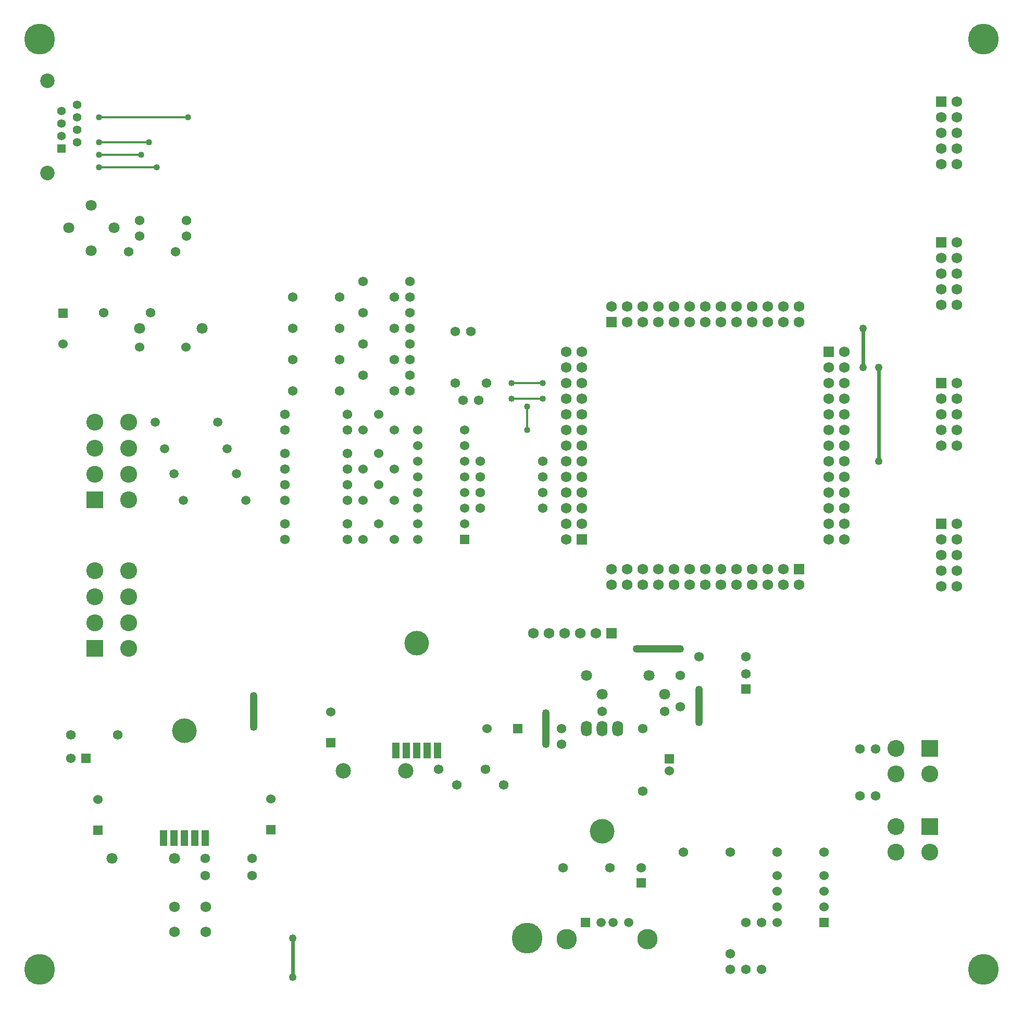
<source format=gtl>
G04*
G04 #@! TF.GenerationSoftware,Altium Limited,Altium Designer,21.5.1 (32)*
G04*
G04 Layer_Physical_Order=1*
G04 Layer_Color=255*
%FSLAX25Y25*%
%MOIN*%
G70*
G04*
G04 #@! TF.SameCoordinates,DC1D8B1E-EA3E-4B6B-A205-361A43EFEAAA*
G04*
G04*
G04 #@! TF.FilePolarity,Positive*
G04*
G01*
G75*
%ADD43C,0.01378*%
%ADD44C,0.04724*%
%ADD45C,0.02362*%
%ADD46C,0.06000*%
%ADD47R,0.05543X0.05543*%
%ADD48C,0.05543*%
%ADD49C,0.09291*%
%ADD50C,0.06200*%
%ADD51R,0.06200X0.06200*%
%ADD52R,0.06200X0.06200*%
%ADD53C,0.05906*%
%ADD54C,0.06890*%
%ADD55R,0.06890X0.06890*%
%ADD56R,0.10827X0.10827*%
%ADD57C,0.10827*%
%ADD58C,0.07087*%
%ADD59R,0.06000X0.06000*%
%ADD60R,0.06890X0.06890*%
%ADD61R,0.05906X0.05906*%
%ADD62C,0.13055*%
%ADD63C,0.19685*%
%ADD64R,0.06000X0.06000*%
%ADD65O,0.07000X0.10000*%
%ADD66C,0.15748*%
%ADD67R,0.05118X0.09843*%
%ADD68C,0.09843*%
%ADD69C,0.04000*%
%ADD70C,0.04921*%
D43*
X58000Y565000D02*
X115000D01*
X58000Y549000D02*
X90000D01*
X58000Y533000D02*
X95000D01*
X58000Y541000D02*
X85000D01*
X332000Y365000D02*
Y380000D01*
X322000Y385000D02*
X342000D01*
X322000Y395000D02*
X342000D01*
D44*
X402000Y225000D02*
X430000D01*
X344000Y164000D02*
Y184000D01*
X442000Y178000D02*
Y199000D01*
X157000Y175000D02*
Y195000D01*
D45*
X547000Y405000D02*
Y430000D01*
X557000Y345000D02*
Y405000D01*
X182000Y15000D02*
Y40000D01*
D46*
X113528Y418000D02*
D03*
X84000D02*
D03*
X35000Y420076D02*
D03*
X522000Y60000D02*
D03*
Y70000D02*
D03*
X492000D02*
D03*
Y60000D02*
D03*
Y50000D02*
D03*
Y80000D02*
D03*
X522000D02*
D03*
X306315Y174000D02*
D03*
X423000Y147063D02*
D03*
X57234Y128919D02*
D03*
X167998Y128998D02*
D03*
X206157Y184685D02*
D03*
X247000Y295000D02*
D03*
X227000D02*
D03*
X237000Y305000D02*
D03*
X247000Y320000D02*
D03*
X227000D02*
D03*
X237000Y330000D02*
D03*
X262000Y295000D02*
D03*
Y305000D02*
D03*
Y315000D02*
D03*
X292000D02*
D03*
Y305000D02*
D03*
Y325000D02*
D03*
Y335000D02*
D03*
X262000D02*
D03*
Y325000D02*
D03*
X292000Y345000D02*
D03*
Y355000D02*
D03*
X262000D02*
D03*
Y345000D02*
D03*
Y365000D02*
D03*
X292000D02*
D03*
X247000Y340000D02*
D03*
X227000D02*
D03*
X237000Y350000D02*
D03*
X247000Y365000D02*
D03*
X227000D02*
D03*
X237000Y375000D02*
D03*
D47*
X34000Y545000D02*
D03*
D48*
X44000Y549016D02*
D03*
X34000Y553031D02*
D03*
X44000Y557047D02*
D03*
X34000Y561063D02*
D03*
X44000Y565079D02*
D03*
X34000Y569095D02*
D03*
X44000Y573110D02*
D03*
D49*
X24945Y588583D02*
D03*
Y529528D02*
D03*
D50*
X40000Y170000D02*
D03*
X70000D02*
D03*
X40000Y155000D02*
D03*
X385000Y85000D02*
D03*
X355000D02*
D03*
X405000D02*
D03*
X472000Y209000D02*
D03*
Y220000D02*
D03*
X442000D02*
D03*
X522000Y95000D02*
D03*
X492000D02*
D03*
X227000Y460000D02*
D03*
X257000D02*
D03*
X227000Y440000D02*
D03*
X257000D02*
D03*
X227000Y420000D02*
D03*
X257000D02*
D03*
X227000Y400000D02*
D03*
X257000D02*
D03*
X212000Y390000D02*
D03*
X182000D02*
D03*
X212000Y410000D02*
D03*
X182000D02*
D03*
X212000Y430000D02*
D03*
X182000D02*
D03*
X212000Y450000D02*
D03*
X182000D02*
D03*
X61000Y440000D02*
D03*
X91000D02*
D03*
X84000Y499000D02*
D03*
X114000D02*
D03*
X77000Y479000D02*
D03*
X107000D02*
D03*
X84000Y489000D02*
D03*
X114000D02*
D03*
X247000Y450000D02*
D03*
X257000D02*
D03*
X247000Y430000D02*
D03*
X257000D02*
D03*
X247000Y410000D02*
D03*
X257000D02*
D03*
X247000Y390000D02*
D03*
X257000D02*
D03*
X545000Y161000D02*
D03*
Y131000D02*
D03*
X555000D02*
D03*
Y161000D02*
D03*
X462000Y30000D02*
D03*
Y20000D02*
D03*
X472000D02*
D03*
Y50000D02*
D03*
X482000Y20000D02*
D03*
Y50000D02*
D03*
X462000Y95000D02*
D03*
X432000D02*
D03*
X305157Y148000D02*
D03*
X275157D02*
D03*
X287000Y138000D02*
D03*
X317000D02*
D03*
X354000Y164000D02*
D03*
Y174000D02*
D03*
X380000Y185000D02*
D03*
X420000D02*
D03*
X406000Y174000D02*
D03*
Y134000D02*
D03*
X430000Y188000D02*
D03*
Y208000D02*
D03*
X302000Y315000D02*
D03*
X342000D02*
D03*
Y335000D02*
D03*
X302000D02*
D03*
X286000Y395000D02*
D03*
X306000D02*
D03*
X302000Y325000D02*
D03*
X342000D02*
D03*
X302000Y345000D02*
D03*
X342000D02*
D03*
X155923Y91234D02*
D03*
X125923D02*
D03*
X126000Y80000D02*
D03*
X156000D02*
D03*
X177000Y320000D02*
D03*
X217000D02*
D03*
X177000Y305000D02*
D03*
X217000D02*
D03*
X177000Y295000D02*
D03*
X217000D02*
D03*
X177000Y340000D02*
D03*
X217000D02*
D03*
X177000Y330000D02*
D03*
X217000D02*
D03*
X177000Y350000D02*
D03*
X217000D02*
D03*
X177000Y365000D02*
D03*
X217000D02*
D03*
X177000Y375000D02*
D03*
X217000D02*
D03*
X301000Y384000D02*
D03*
X291000D02*
D03*
X296000Y428000D02*
D03*
X286000D02*
D03*
D51*
X49700Y155000D02*
D03*
D52*
X405000Y75300D02*
D03*
X472000Y199300D02*
D03*
D53*
X152000Y320000D02*
D03*
X112000D02*
D03*
X146000Y337000D02*
D03*
X106000D02*
D03*
X134000Y370000D02*
D03*
X94000D02*
D03*
X140000Y353000D02*
D03*
X100000D02*
D03*
X379126Y50000D02*
D03*
X387000D02*
D03*
X396843D02*
D03*
D54*
X416000Y444000D02*
D03*
X396000Y434000D02*
D03*
X386000Y444000D02*
D03*
X396000D02*
D03*
X426000D02*
D03*
X436000D02*
D03*
X446000D02*
D03*
X456000D02*
D03*
X466000D02*
D03*
X476000D02*
D03*
X486000D02*
D03*
X496000D02*
D03*
X506000D02*
D03*
X406000D02*
D03*
X416000Y434000D02*
D03*
X426000D02*
D03*
X436000D02*
D03*
X446000D02*
D03*
X456000D02*
D03*
X466000D02*
D03*
X476000D02*
D03*
X486000D02*
D03*
X496000D02*
D03*
X506000D02*
D03*
X406000D02*
D03*
X607000Y265000D02*
D03*
X597000D02*
D03*
X607000Y275000D02*
D03*
X597000D02*
D03*
X607000Y285000D02*
D03*
X597000D02*
D03*
X607000Y295000D02*
D03*
X597000D02*
D03*
X607000Y305000D02*
D03*
Y535000D02*
D03*
X597000D02*
D03*
X607000Y545000D02*
D03*
X597000D02*
D03*
X607000Y555000D02*
D03*
X597000D02*
D03*
X607000Y565000D02*
D03*
X597000D02*
D03*
X607000Y575000D02*
D03*
Y445000D02*
D03*
X597000D02*
D03*
X607000Y455000D02*
D03*
X597000D02*
D03*
X607000Y465000D02*
D03*
X597000D02*
D03*
X607000Y475000D02*
D03*
X597000D02*
D03*
X607000Y485000D02*
D03*
Y395000D02*
D03*
X597000Y385000D02*
D03*
X607000D02*
D03*
X597000Y375000D02*
D03*
X607000D02*
D03*
X597000Y365000D02*
D03*
X607000D02*
D03*
X597000Y355000D02*
D03*
X607000D02*
D03*
X367000Y315000D02*
D03*
Y415000D02*
D03*
Y405000D02*
D03*
Y395000D02*
D03*
Y385000D02*
D03*
Y375000D02*
D03*
Y365000D02*
D03*
Y355000D02*
D03*
Y345000D02*
D03*
Y335000D02*
D03*
Y325000D02*
D03*
X357000Y315000D02*
D03*
Y415000D02*
D03*
Y405000D02*
D03*
Y395000D02*
D03*
Y385000D02*
D03*
Y375000D02*
D03*
Y365000D02*
D03*
Y355000D02*
D03*
Y345000D02*
D03*
Y335000D02*
D03*
Y305000D02*
D03*
Y295000D02*
D03*
X367000Y305000D02*
D03*
X357000Y325000D02*
D03*
X486000Y276000D02*
D03*
X386000D02*
D03*
X396000D02*
D03*
X406000D02*
D03*
X416000D02*
D03*
X426000D02*
D03*
X436000D02*
D03*
X446000D02*
D03*
X456000D02*
D03*
X466000D02*
D03*
X476000D02*
D03*
X486000Y266000D02*
D03*
X386000D02*
D03*
X396000D02*
D03*
X406000D02*
D03*
X416000D02*
D03*
X426000D02*
D03*
X436000D02*
D03*
X446000D02*
D03*
X456000D02*
D03*
X466000D02*
D03*
X496000D02*
D03*
X506000D02*
D03*
X496000Y276000D02*
D03*
X476000Y266000D02*
D03*
X525000Y395000D02*
D03*
Y295000D02*
D03*
Y305000D02*
D03*
Y315000D02*
D03*
Y325000D02*
D03*
Y335000D02*
D03*
Y345000D02*
D03*
Y355000D02*
D03*
Y365000D02*
D03*
Y375000D02*
D03*
Y385000D02*
D03*
X535000Y395000D02*
D03*
Y295000D02*
D03*
Y305000D02*
D03*
Y315000D02*
D03*
Y325000D02*
D03*
Y335000D02*
D03*
Y345000D02*
D03*
Y355000D02*
D03*
Y365000D02*
D03*
Y375000D02*
D03*
Y405000D02*
D03*
Y415000D02*
D03*
X525000Y405000D02*
D03*
X535000Y385000D02*
D03*
X336000Y235000D02*
D03*
X346000D02*
D03*
X356000D02*
D03*
X366000D02*
D03*
X376000D02*
D03*
X126234Y60000D02*
D03*
X106234Y44000D02*
D03*
X126234D02*
D03*
X106234Y60000D02*
D03*
D55*
X386000Y434000D02*
D03*
X506000Y276000D02*
D03*
X386000Y235000D02*
D03*
D56*
X55347Y320394D02*
D03*
X589653Y111535D02*
D03*
Y161535D02*
D03*
X55347Y225394D02*
D03*
D57*
X77000Y320394D02*
D03*
X55347Y336929D02*
D03*
X77000D02*
D03*
X55347Y353465D02*
D03*
X77000D02*
D03*
X55347Y370000D02*
D03*
X77000D02*
D03*
X568000Y111535D02*
D03*
X589653Y95000D02*
D03*
X568000D02*
D03*
Y161535D02*
D03*
X589653Y145000D02*
D03*
X568000D02*
D03*
X77000Y225394D02*
D03*
X55347Y241929D02*
D03*
X77000D02*
D03*
X55347Y258465D02*
D03*
X77000D02*
D03*
X55347Y275000D02*
D03*
X77000D02*
D03*
D58*
X53000Y479918D02*
D03*
X67476Y494394D02*
D03*
X53000Y508871D02*
D03*
X38524Y494394D02*
D03*
X84000Y430000D02*
D03*
X124000D02*
D03*
X370000Y208000D02*
D03*
X410000D02*
D03*
X380000Y196000D02*
D03*
X420000D02*
D03*
X106234Y91077D02*
D03*
X66234D02*
D03*
D59*
X35000Y439761D02*
D03*
X423000Y154937D02*
D03*
X57234Y109234D02*
D03*
X167998Y109313D02*
D03*
X206157Y165000D02*
D03*
D60*
X597000Y305000D02*
D03*
Y575000D02*
D03*
Y485000D02*
D03*
Y395000D02*
D03*
X367000Y295000D02*
D03*
X525000Y415000D02*
D03*
D61*
X369284Y50000D02*
D03*
D62*
X357197Y39331D02*
D03*
X408929D02*
D03*
D63*
X332000Y40000D02*
D03*
X20000Y20000D02*
D03*
Y615000D02*
D03*
X624000Y20000D02*
D03*
Y615000D02*
D03*
D64*
X522000Y50000D02*
D03*
X326000Y174000D02*
D03*
X292000Y295000D02*
D03*
D65*
X390000Y174000D02*
D03*
X380000D02*
D03*
X370000D02*
D03*
D66*
X380000Y108567D02*
D03*
X112620Y172777D02*
D03*
X261157Y228700D02*
D03*
D67*
X112620Y104077D02*
D03*
X119313D02*
D03*
X126006D02*
D03*
X105927D02*
D03*
X99234D02*
D03*
X247772Y160000D02*
D03*
X254465D02*
D03*
X274543D02*
D03*
X267850D02*
D03*
X261157D02*
D03*
D68*
X214158Y147000D02*
D03*
X254157D02*
D03*
D69*
X58000Y565000D02*
D03*
X90000Y549000D02*
D03*
X58000Y533000D02*
D03*
Y541000D02*
D03*
X95000Y533000D02*
D03*
X85000Y541000D02*
D03*
X58000Y549000D02*
D03*
X115000Y565000D02*
D03*
X322000Y385000D02*
D03*
Y395000D02*
D03*
X332000Y365000D02*
D03*
Y380000D02*
D03*
X342000Y385000D02*
D03*
Y395000D02*
D03*
D70*
X430000Y225000D02*
D03*
X547000Y430000D02*
D03*
X557000Y345000D02*
D03*
Y405000D02*
D03*
X182000Y15000D02*
D03*
Y40000D02*
D03*
X344000Y164000D02*
D03*
Y184000D02*
D03*
X442000Y199000D02*
D03*
Y178000D02*
D03*
X402000Y225000D02*
D03*
X547000Y405000D02*
D03*
X157000Y175000D02*
D03*
Y195000D02*
D03*
M02*

</source>
